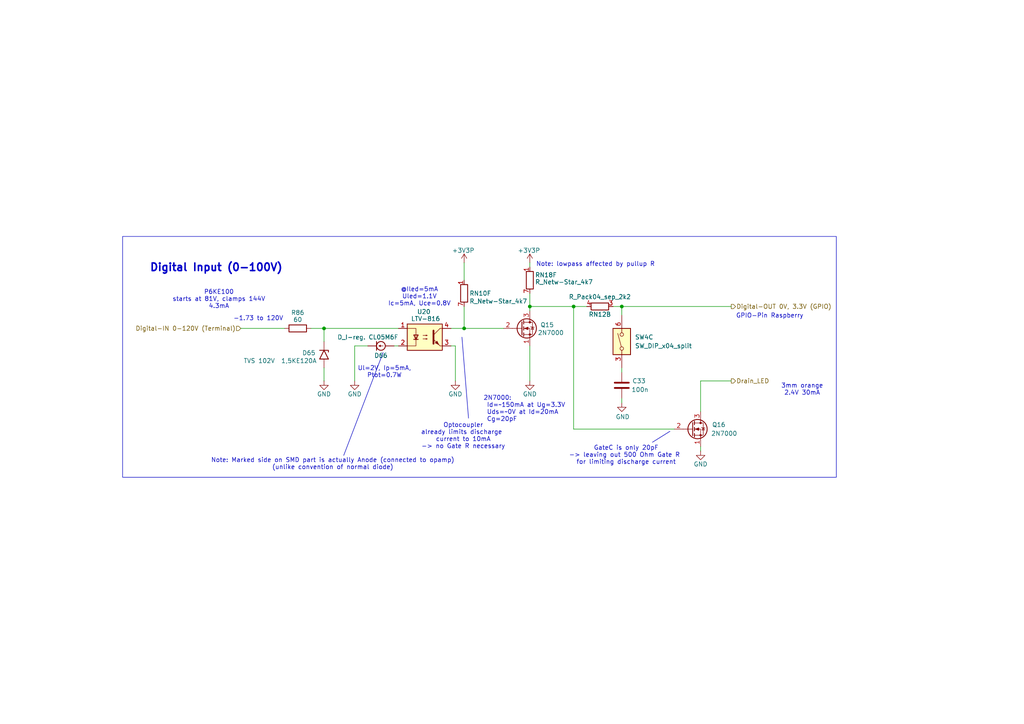
<source format=kicad_sch>
(kicad_sch (version 20231120) (generator "eeschema") (generator_version "8.0")
  (paper "A4")
  (lib_symbols
    (symbol "Device:C" (pin_numbers hide) (pin_names (offset 0.254))
      (property "Reference" "C" (at 0.635 2.54 0))
      (property "Value" "C" (at 0.635 -2.54 0))
      (symbol "C_0_1"
        (polyline (pts (xy -2.032 -0.762) (xy 2.032 -0.762)) (stroke (width 0.508)))
        (polyline (pts (xy -2.032 0.762) (xy 2.032 0.762)) (stroke (width 0.508)))
      )
      (symbol "C_1_1"
        (pin passive line (at 0 3.81 270) (length 2.794) (name "~") (number "1"))
        (pin passive line (at 0 -3.81 90) (length 2.794) (name "~") (number "2"))
      )
    )
    (symbol "Device:D_Current-regulator" (pin_numbers hide) (pin_names (offset 1.016) hide)
      (property "Reference" "D" (at 0 2.54 0))
      (property "Value" "D_Current-regulator" (at 0 -2.54 0))
      (symbol "D_Current-regulator_0_1"
        (polyline (pts (xy -1.27 1.27) (xy -1.27 -1.27)) (stroke (width 0.254)))
      )
      (symbol "D_Current-regulator_1_1"
        (polyline (pts (xy -0.127 0) (xy 0.635 0)))
        (polyline (pts (xy -0.127 0.254) (xy -0.635 0) (xy -0.127 -0.254) (xy -0.127 0.254)) (fill (type outline)))
        (circle (center 0 0) (radius 1.27) (stroke (width 0.254)))
        (pin passive line (at -3.81 0 0) (length 2.54) (name "K") (number "1"))
        (pin passive line (at 3.81 0 180) (length 2.54) (name "A") (number "2"))
      )
    )
    (symbol "Device:R" (pin_numbers hide) (pin_names (offset 0))
      (property "Reference" "R" (at 2.032 0 90))
      (property "Value" "R" (at 0 0 90))
      (symbol "R_0_1"
        (rectangle (start -1.016 -2.54) (end 1.016 2.54) (stroke (width 0.254)))
      )
      (symbol "R_1_1"
        (pin passive line (at 0 3.81 270) (length 1.27) (name "~") (number "1"))
        (pin passive line (at 0 -3.81 90) (length 1.27) (name "~") (number "2"))
      )
    )
    (symbol "Device:R_Network08_Split" (pin_names (offset 0) hide)
      (property "Reference" "RN" (at 2.032 0 90))
      (property "Value" "R_Network08_Split" (at 0 0 90))
      (symbol "R_Network08_Split_0_1"
        (rectangle (start 1.016 2.54) (end -1.016 -2.54) (stroke (width 0.254)))
        (pin passive line (at 0 3.81 270) (length 1.27) (name "R1") (number "1"))
      )
      (symbol "R_Network08_Split_1_1"
        (pin passive line (at 0 -3.81 90) (length 1.27) (name "R1.2") (number "2"))
      )
      (symbol "R_Network08_Split_2_1"
        (pin passive line (at 0 -3.81 90) (length 1.27) (name "R2.2") (number "3"))
      )
      (symbol "R_Network08_Split_3_1"
        (pin passive line (at 0 -3.81 90) (length 1.27) (name "R3.2") (number "4"))
      )
      (symbol "R_Network08_Split_4_1"
        (pin passive line (at 0 -3.81 90) (length 1.27) (name "R4.2") (number "5"))
      )
      (symbol "R_Network08_Split_5_1"
        (pin passive line (at 0 -3.81 90) (length 1.27) (name "R5.2") (number "6"))
      )
      (symbol "R_Network08_Split_6_1"
        (pin passive line (at 0 -3.81 90) (length 1.27) (name "R6.2") (number "7"))
      )
      (symbol "R_Network08_Split_7_1"
        (pin passive line (at 0 -3.81 90) (length 1.27) (name "R7.2") (number "8"))
      )
      (symbol "R_Network08_Split_8_1"
        (pin passive line (at 0 -3.81 90) (length 1.27) (name "R8.2") (number "9"))
      )
    )
    (symbol "Device:R_Pack04_SIP_Split" (pin_names (offset 0) hide)
      (property "Reference" "RN" (at 2.032 0 90))
      (property "Value" "R_Pack04_SIP_Split" (at 0 0 90))
      (symbol "R_Pack04_SIP_Split_0_1"
        (rectangle (start 1.016 2.54) (end -1.016 -2.54) (stroke (width 0.254)))
      )
      (symbol "R_Pack04_SIP_Split_1_1"
        (pin passive line (at 0 -3.81 90) (length 1.27) (name "R1.1") (number "1"))
        (pin passive line (at 0 3.81 270) (length 1.27) (name "R1.2") (number "2"))
      )
      (symbol "R_Pack04_SIP_Split_2_1"
        (pin passive line (at 0 -3.81 90) (length 1.27) (name "R2.1") (number "3"))
        (pin passive line (at 0 3.81 270) (length 1.27) (name "R2.2") (number "4"))
      )
      (symbol "R_Pack04_SIP_Split_3_1"
        (pin passive line (at 0 -3.81 90) (length 1.27) (name "R3.1") (number "5"))
        (pin passive line (at 0 3.81 270) (length 1.27) (name "R3.2") (number "6"))
      )
      (symbol "R_Pack04_SIP_Split_4_1"
        (pin passive line (at 0 -3.81 90) (length 1.27) (name "R4.1") (number "7"))
        (pin passive line (at 0 3.81 270) (length 1.27) (name "R4.2") (number "8"))
      )
    )
    (symbol "Diode:1N62xxA" (pin_numbers hide) (pin_names (offset 1.016) hide)
      (property "Reference" "D" (at 0 2.54 0))
      (property "Value" "1N62xxA" (at 0 -2.54 0))
      (symbol "1N62xxA_0_1"
        (polyline (pts (xy -0.762 1.27) (xy -1.27 1.27) (xy -1.27 -1.27)) (stroke (width 0.254)))
        (polyline (pts (xy 1.27 1.27) (xy 1.27 -1.27) (xy -1.27 0) (xy 1.27 1.27)) (stroke (width 0.254)))
      )
      (symbol "1N62xxA_1_1"
        (pin passive line (at -3.81 0 0) (length 2.54) (name "A1") (number "1"))
        (pin passive line (at 3.81 0 180) (length 2.54) (name "A2") (number "2"))
      )
    )
    (symbol "Isolator:LTV-817M" (pin_names (offset 1.016))
      (property "Reference" "U" (at -3.81 5.08 0))
      (property "Value" "LTV-817M" (at 0 -5.08 0))
      (symbol "LTV-817M_1_1"
        (rectangle (start -5.08 3.81) (end 5.08 -3.81) (stroke (width 0.254)) (fill (type background)))
        (polyline (pts (xy -3.175 -0.635) (xy -1.905 -0.635)) (stroke (width 0.254)))
        (polyline (pts (xy 2.54 0.635) (xy 4.445 2.54)))
        (polyline (pts (xy 4.445 -2.54) (xy 2.54 -0.635)) (fill (type outline)))
        (polyline (pts (xy 4.445 -2.54) (xy 5.08 -2.54)))
        (polyline (pts (xy 4.445 2.54) (xy 5.08 2.54)))
        (polyline (pts (xy -5.08 2.54) (xy -2.54 2.54) (xy -2.54 -0.762)))
        (polyline (pts (xy -2.54 -0.635) (xy -2.54 -2.54) (xy -5.08 -2.54)))
        (polyline (pts (xy 2.54 1.905) (xy 2.54 -1.905) (xy 2.54 -1.905)) (stroke (width 0.508)))
        (polyline (pts (xy -2.54 -0.635) (xy -3.175 0.635) (xy -1.905 0.635) (xy -2.54 -0.635)) (stroke (width 0.254)))
        (polyline (pts (xy -0.508 -0.508) (xy 0.762 -0.508) (xy 0.381 -0.635) (xy 0.381 -0.381) (xy 0.762 -0.508)))
        (polyline (pts (xy -0.508 0.508) (xy 0.762 0.508) (xy 0.381 0.381) (xy 0.381 0.635) (xy 0.762 0.508)))
        (polyline (pts (xy 3.048 -1.651) (xy 3.556 -1.143) (xy 4.064 -2.159) (xy 3.048 -1.651) (xy 3.048 -1.651)) (fill (type outline)))
        (pin passive line (at -7.62 2.54 0) (length 2.54) (name "~") (number "1"))
        (pin passive line (at -7.62 -2.54 0) (length 2.54) (name "~") (number "2"))
        (pin passive line (at 7.62 -2.54 180) (length 2.54) (name "~") (number "3"))
        (pin passive line (at 7.62 2.54 180) (length 2.54) (name "~") (number "4"))
      )
    )
    (symbol "Transistor_FET:2N7000" (pin_names hide)
      (property "Reference" "Q" (at 5.08 1.905 0))
      (property "Value" "2N7000" (at 5.08 0 0))
      (symbol "2N7000_0_1"
        (polyline (pts (xy 0.254 0) (xy -2.54 0)))
        (polyline (pts (xy 0.254 1.905) (xy 0.254 -1.905)) (stroke (width 0.254)))
        (polyline (pts (xy 0.762 -1.27) (xy 0.762 -2.286)) (stroke (width 0.254)))
        (polyline (pts (xy 0.762 0.508) (xy 0.762 -0.508)) (stroke (width 0.254)))
        (polyline (pts (xy 0.762 2.286) (xy 0.762 1.27)) (stroke (width 0.254)))
        (polyline (pts (xy 2.54 2.54) (xy 2.54 1.778)))
        (polyline (pts (xy 2.54 -2.54) (xy 2.54 0) (xy 0.762 0)))
        (polyline (pts (xy 0.762 -1.778) (xy 3.302 -1.778) (xy 3.302 1.778) (xy 0.762 1.778)))
        (polyline (pts (xy 1.016 0) (xy 2.032 0.381) (xy 2.032 -0.381) (xy 1.016 0)) (fill (type outline)))
        (polyline (pts (xy 2.794 0.508) (xy 2.921 0.381) (xy 3.683 0.381) (xy 3.81 0.254)))
        (polyline (pts (xy 3.302 0.381) (xy 2.921 -0.254) (xy 3.683 -0.254) (xy 3.302 0.381)))
        (circle (center 1.651 0) (radius 2.794) (stroke (width 0.254)))
        (circle (center 2.54 -1.778) (radius 0.254) (fill (type outline)))
        (circle (center 2.54 1.778) (radius 0.254) (fill (type outline)))
      )
      (symbol "2N7000_1_1"
        (pin passive line (at 2.54 -5.08 90) (length 2.54) (name "S") (number "1"))
        (pin input line (at -5.08 0 0) (length 2.54) (name "G") (number "2"))
        (pin passive line (at 2.54 5.08 270) (length 2.54) (name "D") (number "3"))
      )
    )
    (symbol "custom-symbols:SW_DIP_x04_split" (pin_names (offset 0) hide)
      (property "Reference" "SW" (at 0 3.81 0))
      (property "Value" "SW_DIP_x04_split" (at 0 -3.81 0))
      (symbol "SW_DIP_x04_split_0_0"
        (circle (center -2.032 0) (radius 0.508))
        (polyline (pts (xy -1.524 0.127) (xy 2.3622 1.1684)))
        (circle (center 2.032 0) (radius 0.508))
      )
      (symbol "SW_DIP_x04_split_0_1"
        (rectangle (start -3.81 2.54) (end 3.81 -2.54) (stroke (width 0.254)) (fill (type background)))
      )
      (symbol "SW_DIP_x04_split_1_1"
        (pin passive line (at -7.62 0 0) (length 5.08) (name "~") (number "1"))
        (pin passive line (at 7.62 0 180) (length 5.08) (name "~") (number "8"))
      )
      (symbol "SW_DIP_x04_split_2_1"
        (pin passive line (at -7.62 0 0) (length 5.08) (name "~") (number "2"))
        (pin passive line (at 7.62 0 180) (length 5.08) (name "~") (number "7"))
      )
      (symbol "SW_DIP_x04_split_3_1"
        (pin passive line (at -7.62 0 0) (length 5.08) (name "~") (number "3"))
        (pin passive line (at 7.62 0 180) (length 5.08) (name "~") (number "6"))
      )
      (symbol "SW_DIP_x04_split_4_1"
        (pin passive line (at -7.62 0 0) (length 5.08) (name "~") (number "4"))
        (pin passive line (at 7.62 0 180) (length 5.08) (name "~") (number "5"))
      )
    )
    (symbol "power:+3V3" (power) (pin_numbers hide) (pin_names (offset 0) hide)
      (property "Value" "+3V3" (at 0 3.556 0))
      (symbol "+3V3_0_1"
        (polyline (pts (xy -0.762 1.27) (xy 0 2.54)))
        (polyline (pts (xy 0 0) (xy 0 2.54)))
        (polyline (pts (xy 0 2.54) (xy 0.762 1.27)))
      )
      (symbol "+3V3_1_1"
        (pin power_in line (at 0 0 90) (length 0) (name "~") (number "1"))
      )
    )
    (symbol "power:GND" (power) (pin_numbers hide) (pin_names (offset 0) hide)
      (property "Value" "GND" (at 0 -3.81 0))
      (symbol "GND_0_1"
        (polyline (pts (xy 0 0) (xy 0 -1.27) (xy 1.27 -1.27) (xy 0 -2.54) (xy -1.27 -1.27) (xy 0 -1.27)))
      )
      (symbol "GND_1_1"
        (pin power_in line (at 0 0 270) (length 0) (name "~") (number "1"))
      )
    )
  )
  (junction (at 153.67 88.9))
  (junction (at 134.62 95.25))
  (junction (at 180.34 88.9))
  (junction (at 93.98 95.25))
  (junction (at 166.37 88.9))
  (wire (pts (xy 102.87 100.33) (xy 102.87 110.49)))
  (polyline (pts (xy 194.31 125.095) (xy 189.23 128.27)))
  (wire (pts (xy 130.81 100.33) (xy 132.08 100.33)))
  (wire (pts (xy 203.2 110.49) (xy 212.09 110.49)))
  (wire (pts (xy 166.37 124.46) (xy 195.58 124.46)))
  (wire (pts (xy 93.98 95.25) (xy 93.98 99.06)))
  (wire (pts (xy 106.68 100.33) (xy 102.87 100.33)))
  (wire (pts (xy 132.08 100.33) (xy 132.08 110.49)))
  (wire (pts (xy 177.8 88.9) (xy 180.34 88.9)))
  (wire (pts (xy 180.34 88.9) (xy 212.09 88.9)))
  (wire (pts (xy 93.98 106.68) (xy 93.98 110.49)))
  (wire (pts (xy 153.67 76.2) (xy 153.67 77.47)))
  (wire (pts (xy 134.62 88.9) (xy 134.62 95.25)))
  (wire (pts (xy 134.62 95.25) (xy 146.05 95.25)))
  (wire (pts (xy 153.67 88.9) (xy 153.67 90.17)))
  (wire (pts (xy 180.34 107.95) (xy 180.34 106.68)))
  (wire (pts (xy 69.85 95.25) (xy 82.55 95.25)))
  (wire (pts (xy 180.34 115.57) (xy 180.34 116.84)))
  (wire (pts (xy 153.67 85.09) (xy 153.67 88.9)))
  (polyline (pts (xy 111.125 102.235) (xy 99.695 132.08)))
  (wire (pts (xy 93.98 95.25) (xy 115.57 95.25)))
  (wire (pts (xy 114.3 100.33) (xy 115.57 100.33)))
  (wire (pts (xy 130.81 95.25) (xy 134.62 95.25)))
  (wire (pts (xy 166.37 88.9) (xy 170.18 88.9)))
  (wire (pts (xy 203.2 110.49) (xy 203.2 119.38)))
  (wire (pts (xy 90.17 95.25) (xy 93.98 95.25)))
  (wire (pts (xy 153.67 88.9) (xy 166.37 88.9)))
  (wire (pts (xy 166.37 124.46) (xy 166.37 88.9)))
  (wire (pts (xy 153.67 100.33) (xy 153.67 110.49)))
  (polyline (pts (xy 133.985 97.79) (xy 135.89 121.285)))
  (wire (pts (xy 180.34 88.9) (xy 180.34 91.44)))
  (wire (pts (xy 203.2 129.54) (xy 203.2 130.81)))
  (wire (pts (xy 134.62 76.2) (xy 134.62 81.28)))
  (rectangle (start 35.56 68.58) (end 242.57 138.43))
  (text "Note: lowpass affected by pullup R" (at 172.72 76.708 0) (effects (font (size 1.27 1.27))))
  (text "Ul=2V, Ip=5mA,\nPtot=0.7W" (at 111.506 107.95 0) (effects (font (size 1.27 1.27))))
  (text "3mm orange\n2.4V 30mA" (at 232.664 113.03 0) (effects (font (size 1.27 1.27))))
  (text "Note: Marked side on SMD part is actually Anode (connected to opamp)\n(unlike convention of normal diode)" (at 96.52 134.62 0) (effects (font (size 1.27 1.27))))
  (text "Digital Input (0-100V)" (at 62.738 77.724 0) (effects (font (size 2.2 2.2) (thickness 0.44) (bold yes))))
  (text "GateC is only 20pF\n-> leaving out 500 Ohm Gate R \nfor limiting discharge current" (at 181.61 132.08 0) (effects (font (size 1.27 1.27))))
  (text "P6KE100\nstarts at 81V, clamps 144V\n4.3mA" (at 63.5 86.868 0) (effects (font (size 1.27 1.27))))
  (text "GPIO-Pin Raspberry" (at 223.266 91.694 0) (effects (font (size 1.27 1.27))))
  (text "-1.73 to 120V" (at 74.93 92.456 0) (effects (font (size 1.27 1.27))))
  (text "2N7000:\n Id=~150mA at Ug=3.3V\n Uds=~0V at Id=20mA\n Cg=20pF" (at 140.208 118.618 0) (effects (font (size 1.27 1.27)) (justify left)))
  (text "Optocoupler\nalready limits discharge \ncurrent to 10mA\n-> no Gate R necessary" (at 134.366 126.492 0) (effects (font (size 1.27 1.27))))
  (text "@Iled=5mA\nUled=1.1V\nIc=5mA, Uce=0.8V" (at 121.666 86.106 0) (effects (font (size 1.27 1.27))))
  (hierarchical_label "Digital-OUT 0V, 3.3V (GPIO)" (shape output) (at 212.09 88.9 0))
  (hierarchical_label "Drain_LED" (shape output) (at 212.09 110.49 0))
  (hierarchical_label "Digital-IN 0-120V (Terminal)" (shape input) (at 69.85 95.25 180))
  (symbol (lib_id "Device:R_Network08_Split") (at 153.67 81.28 0) (unit 6)
    (property "Reference" "RN18" (at 155.194 79.756 0) (effects (justify left)))
    (property "Value" "R_Netw-Star_4k7" (at 155.194 81.788 0) (effects (justify left)))
    (property "Footprint" "Resistor_THT:R_Array_SIP9" (effects (hide yes)))
    (property "Datasheet" "https://www.reichelt.com/be/en/shop/product/resistor_network_8_x_4_7_kohm_2_sil-9-18049?nbc=1&trstct=pos_15" (effects (hide yes)))
    (property "Description" "8 resistor network, star topology, bussed resistors, split" (effects (hide yes)))
    (instances (project "pi-interface-board_v1.0" (path "" (reference "RN18") (unit 6)) (path "" (reference "RN18") (unit 7)) (path "" (reference "RN18") (unit 5)) (path "" (reference "RN18") (unit 8)) (path "" (reference "RN18") (unit 2)) (path "" (reference "RN18") (unit 4)) (path "" (reference "RN18") (unit 3)) (path "" (reference "RN18") (unit 1))))
  )
  (symbol (lib_id "power:GND") (at 102.87 110.49 0) (unit 1)
    (property "Reference" "#PWR0158" (effects (hide yes)))
    (property "Value" "GND" (at 102.87 114.3 0))
    (property "Description" "Power symbol creates a global label with name \"GND\" , ground" (effects (hide yes)))
    (instances (project "pi-interface-board_v1.0" (path "" (reference "#PWR0158") (unit 1)) (path "" (reference "#PWR0167") (unit 1)) (path "" (reference "#PWR0149") (unit 1)) (path "" (reference "#PWR0176") (unit 1)) (path "" (reference "#PWR0122") (unit 1)) (path "" (reference "#PWR0140") (unit 1)) (path "" (reference "#PWR0131") (unit 1)) (path "" (reference "#PWR0113") (unit 1))))
  )
  (symbol (lib_id "Transistor_FET:2N7000") (at 151.13 95.25 0) (unit 1)
    (property "Reference" "Q15" (at 156.718 94.234 0) (effects (justify left)))
    (property "Value" "2N7000" (at 155.956 96.52 0) (effects (justify left)))
    (property "Footprint" "Package_TO_SOT_THT:TO-92_HandSolder" (effects (hide yes)))
    (property "Datasheet" "https://www.reichelt.com/be/de/shop/produkt/mosfet_n-ch_60v_0_115a_0_4w_1_7r_to-92-41141?nbc=1&q=%2Fbe%2Fde%2Fshop%2Fmosfet-n-ch-60v-0-115a-0-4w-1-7r-to-92-2n-7000-p41141.html&trstct=pos_0" (effects (hide yes)))
    (property "Description" "0.2A Id, 200V Vds, N-Channel MOSFET, 2.6V Logic Level, TO-92" (effects (hide yes)))
    (instances (project "pi-interface-board_v1.0" (path "" (reference "Q15") (unit 1)) (path "" (reference "Q17") (unit 1)) (path "" (reference "Q13") (unit 1)) (path "" (reference "Q19") (unit 1)) (path "" (reference "Q7") (unit 1)) (path "" (reference "Q11") (unit 1)) (path "" (reference "Q9") (unit 1)) (path "" (reference "Q2") (unit 1))))
  )
  (symbol (lib_id "power:GND") (at 203.2 130.81 0) (unit 1)
    (property "Reference" "#PWR0165" (effects (hide yes)))
    (property "Value" "GND" (at 203.2 134.62 0))
    (property "Description" "Power symbol creates a global label with name \"GND\" , ground" (effects (hide yes)))
    (instances (project "pi-interface-board_v1.0" (path "" (reference "#PWR0165") (unit 1)) (path "" (reference "#PWR0174") (unit 1)) (path "" (reference "#PWR0156") (unit 1)) (path "" (reference "#PWR0183") (unit 1)) (path "" (reference "#PWR0129") (unit 1)) (path "" (reference "#PWR0147") (unit 1)) (path "" (reference "#PWR0138") (unit 1)) (path "" (reference "#PWR0120") (unit 1))))
  )
  (symbol (lib_id "Transistor_FET:2N7000") (at 200.66 124.46 0) (unit 1)
    (property "Reference" "Q16" (at 206.502 123.19 0) (effects (justify left)))
    (property "Value" "2N7000" (at 206.248 125.73 0) (effects (justify left)))
    (property "Footprint" "Package_TO_SOT_THT:TO-92_HandSolder" (effects (hide yes)))
    (property "Datasheet" "https://www.reichelt.com/be/de/shop/produkt/mosfet_n-ch_60v_0_115a_0_4w_1_7r_to-92-41141?nbc=1&q=%2Fbe%2Fde%2Fshop%2Fmosfet-n-ch-60v-0-115a-0-4w-1-7r-to-92-2n-7000-p41141.html&trstct=pos_0" (effects (hide yes)))
    (property "Description" "0.2A Id, 200V Vds, N-Channel MOSFET, 2.6V Logic Level, TO-92" (effects (hide yes)))
    (instances (project "pi-interface-board_v1.0" (path "" (reference "Q16") (unit 1)) (path "" (reference "Q18") (unit 1)) (path "" (reference "Q14") (unit 1)) (path "" (reference "Q20") (unit 1)) (path "" (reference "Q8") (unit 1)) (path "" (reference "Q12") (unit 1)) (path "" (reference "Q10") (unit 1)) (path "" (reference "Q6") (unit 1))))
  )
  (symbol (lib_id "Device:C") (at 180.34 111.76 0) (unit 1)
    (property "Reference" "C33" (at 183.388 110.49 0) (effects (justify left)))
    (property "Value" "100n" (at 183.134 113.03 0) (effects (justify left)))
    (property "Footprint" "Capacitor_THT:C_Disc_D7.0mm_W2.5mm_P5.00mm" (effects (hide yes)))
    (property "Datasheet" "https://www.conrad.de/de/p/kemet-r82dc3100aa50k-1-st-polyester-kondensator-radial-bedrahtet-100-nf-63-v-10-5-mm-l-x-b-x-h-7-2-x-2-5-x-6-5-mm-1235240.html" (effects (hide yes)))
    (property "Description" "Unpolarized capacitor" (effects (hide yes)))
    (instances (project "pi-interface-board_v1.0" (path "" (reference "C33") (unit 1)) (path "" (reference "C34") (unit 1)) (path "" (reference "C32") (unit 1)) (path "" (reference "C35") (unit 1)) (path "" (reference "C29") (unit 1)) (path "" (reference "C31") (unit 1)) (path "" (reference "C30") (unit 1)) (path "" (reference "C17") (unit 1))))
  )
  (symbol (lib_id "Diode:1N62xxA") (at 93.98 102.87 270) (unit 1)
    (property "Reference" "D65" (at 87.63 102.362 90) (effects (justify left)))
    (property "Value" "TVS 102V  1,5KE120A" (at 70.612 104.648 90) (effects (justify left)))
    (property "Footprint" "Diode_THT:D_DO-15_P5.08mm_Vertical_AnodeUp" (effects (hide yes)))
    (property "Datasheet" "https://www.reichelt.com/be/en/shop/product/tvs_diode_unidirectional_102_v_1500_w_do-201-272795" (effects (hide yes)))
    (property "Description" "1500W unidirectional TRANSZORB® Transient Voltage Suppressor, DO-201AE" (effects (hide yes)))
    (instances (project "pi-interface-board_v1.0" (path "" (reference "D65") (unit 1)) (path "" (reference "D68") (unit 1)) (path "" (reference "D62") (unit 1)) (path "" (reference "D71") (unit 1)) (path "" (reference "D53") (unit 1)) (path "" (reference "D59") (unit 1)) (path "" (reference "D56") (unit 1)) (path "" (reference "D50") (unit 1))))
  )
  (symbol (lib_id "Device:R") (at 86.36 95.25 90) (unit 1)
    (property "Reference" "R86" (at 86.36 90.678 90))
    (property "Value" "60" (at 86.36 92.71 90))
    (property "Footprint" "Resistor_THT:R_Axial_DIN0207_L6.3mm_D2.5mm_P2.54mm_Vertical" (effects (hide yes)))
    (property "Datasheet" "https://www.reichelt.com/be/en/shop/product/metal_film_resistor_59_0_ohm-11890" (effects (hide yes)))
    (property "Description" "Resistor" (effects (hide yes)))
    (instances (project "pi-interface-board_v1.0" (path "" (reference "R86") (unit 1)) (path "" (reference "R93") (unit 1)) (path "" (reference "R79") (unit 1)) (path "" (reference "R100") (unit 1)) (path "" (reference "R58") (unit 1)) (path "" (reference "R72") (unit 1)) (path "" (reference "R65") (unit 1)) (path "" (reference "R1") (unit 1))))
  )
  (symbol (lib_id "power:GND") (at 132.08 110.49 0) (unit 1)
    (property "Reference" "#PWR0159" (effects (hide yes)))
    (property "Value" "GND" (at 132.08 114.3 0))
    (property "Description" "Power symbol creates a global label with name \"GND\" , ground" (effects (hide yes)))
    (instances (project "pi-interface-board_v1.0" (path "" (reference "#PWR0159") (unit 1)) (path "" (reference "#PWR0168") (unit 1)) (path "" (reference "#PWR0150") (unit 1)) (path "" (reference "#PWR0177") (unit 1)) (path "" (reference "#PWR0123") (unit 1)) (path "" (reference "#PWR0141") (unit 1)) (path "" (reference "#PWR0132") (unit 1)) (path "" (reference "#PWR0114") (unit 1))))
  )
  (symbol (lib_id "power:GND") (at 180.34 116.84 0) (unit 1)
    (property "Reference" "#PWR0163" (effects (hide yes)))
    (property "Value" "GND" (at 180.594 120.904 0))
    (property "Description" "Power symbol creates a global label with name \"GND\" , ground" (effects (hide yes)))
    (instances (project "pi-interface-board_v1.0" (path "" (reference "#PWR0163") (unit 1)) (path "" (reference "#PWR0172") (unit 1)) (path "" (reference "#PWR0154") (unit 1)) (path "" (reference "#PWR0181") (unit 1)) (path "" (reference "#PWR0127") (unit 1)) (path "" (reference "#PWR0145") (unit 1)) (path "" (reference "#PWR0136") (unit 1)) (path "" (reference "#PWR0118") (unit 1))))
  )
  (symbol (lib_id "power:GND") (at 93.98 110.49 0) (unit 1)
    (property "Reference" "#PWR0157" (effects (hide yes)))
    (property "Value" "GND" (at 93.98 114.3 0))
    (property "Description" "Power symbol creates a global label with name \"GND\" , ground" (effects (hide yes)))
    (instances (project "pi-interface-board_v1.0" (path "" (reference "#PWR0157") (unit 1)) (path "" (reference "#PWR0166") (unit 1)) (path "" (reference "#PWR0148") (unit 1)) (path "" (reference "#PWR0175") (unit 1)) (path "" (reference "#PWR0121") (unit 1)) (path "" (reference "#PWR0139") (unit 1)) (path "" (reference "#PWR0130") (unit 1)) (path "" (reference "#PWR0112") (unit 1))))
  )
  (symbol (lib_id "custom-symbols:SW_DIP_x04_split") (at 180.34 99.06 90) (unit 3)
    (property "Reference" "SW4" (at 184.15 97.7899 90) (effects (justify right)))
    (property "Value" "SW_DIP_x04_split" (at 184.15 100.3299 90) (effects (justify right)))
    (property "Footprint" "Button_Switch_THT:SW_DIP_SPSTx04_Slide_9.78x12.34mm_W7.62mm_P2.54mm" (effects (hide yes)))
    (property "Datasheet" "https://www.reichelt.com/be/en/shop/product/dip_switch_vertical_4-pin-13532" (effects (hide yes)))
    (property "Description" "4x DIP Switch, 4 Pole Single Throw (SPST) switch, small symbol" (effects (hide yes)))
    (instances (project "" (path "" (reference "SW4") (unit 3)) (path "" (reference "SW4") (unit 2)) (path "" (reference "SW4") (unit 4)) (path "" (reference "SW4") (unit 1)) (path "" (reference "SW3") (unit 3)) (path "" (reference "SW3") (unit 1)) (path "" (reference "SW3") (unit 2)) (path "" (reference "SW3") (unit 4))))
  )
  (symbol (lib_id "Device:R_Pack04_SIP_Split") (at 173.99 88.9 90) (unit 2)
    (property "Reference" "RN12" (at 173.99 91.186 90))
    (property "Value" "R_Pack04_sep_2k2" (at 173.99 86.106 90))
    (property "Footprint" "Resistor_THT:R_Array_SIP8" (effects (hide yes)))
    (property "Datasheet" "https://www.reichelt.com/be/en/shop/product/resistor_network_4_x_2_2_kohm_2_sil-8-17915" (effects (hide yes)))
    (property "Description" "4 resistor network, parallel topology, SIP package, split" (effects (hide yes)))
    (instances (project "" (path "" (reference "RN12") (unit 2)) (path "" (reference "RN12") (unit 3)) (path "" (reference "RN12") (unit 1)) (path "" (reference "RN12") (unit 4)) (path "" (reference "RN11") (unit 2)) (path "" (reference "RN11") (unit 4)) (path "" (reference "RN11") (unit 3)) (path "" (reference "RN11") (unit 1))))
  )
  (symbol (lib_id "Device:R_Network08_Split") (at 134.62 85.09 0) (unit 6)
    (property "Reference" "RN10" (at 136.144 85.09 0) (effects (justify left)))
    (property "Value" "R_Netw-Star_4k7" (at 136.144 87.376 0) (effects (justify left)))
    (property "Footprint" "Resistor_THT:R_Array_SIP9" (effects (hide yes)))
    (property "Datasheet" "https://www.reichelt.com/be/en/shop/product/resistor_network_8_x_4_7_kohm_2_sil-9-18049?nbc=1&trstct=pos_15" (effects (hide yes)))
    (property "Description" "8 resistor network, star topology, bussed resistors, split" (effects (hide yes)))
    (instances (project "" (path "" (reference "RN10") (unit 6)) (path "" (reference "RN10") (unit 7)) (path "" (reference "RN10") (unit 5)) (path "" (reference "RN10") (unit 8)) (path "" (reference "RN10") (unit 3)) (path "" (reference "RN10") (unit 1)) (path "" (reference "RN10") (unit 2)) (path "" (reference "RN10") (unit 4))))
  )
  (symbol (lib_id "Device:D_Current-regulator") (at 110.49 100.33 0) (unit 1)
    (property "Reference" "D66" (at 110.49 103.124 0))
    (property "Value" "D_I-reg. CL05M6F" (at 106.68 97.79 0))
    (property "Footprint" "Diode_SMD:D_SOD-123F" (effects (hide yes)))
    (property "Datasheet" "https://www.conrad.de/de/p/diotec-konstantstromquellen-cl05m6f-sod-123fl-2807601.html" (effects (hide yes)))
    (property "Description" "Constant-current diode / current limiting diode / current regulator diode, IEC60747-3:2013" (effects (hide yes)))
    (instances (project "pi-interface-board_v1.0" (path "" (reference "D66") (unit 1)) (path "" (reference "D69") (unit 1)) (path "" (reference "D63") (unit 1)) (path "" (reference "D72") (unit 1)) (path "" (reference "D54") (unit 1)) (path "" (reference "D60") (unit 1)) (path "" (reference "D57") (unit 1)) (path "" (reference "D51") (unit 1))))
  )
  (symbol (lib_id "power:+3V3") (at 153.67 76.2 0) (unit 1)
    (property "Reference" "#PWR027" (effects (hide yes)))
    (property "Value" "+3V3P" (at 153.416 72.644 0))
    (property "Description" "Power symbol creates a global label with name \"+3V3\"" (effects (hide yes)))
    (instances (project "pi-interface-board_v1.0" (path "" (reference "#PWR027") (unit 1)) (path "" (reference "#PWR029") (unit 1)) (path "" (reference "#PWR026") (unit 1)) (path "" (reference "#PWR043") (unit 1)) (path "" (reference "#PWR022") (unit 1)) (path "" (reference "#PWR025") (unit 1)) (path "" (reference "#PWR024") (unit 1)) (path "" (reference "#PWR021") (unit 1))))
  )
  (symbol (lib_id "power:+3V3") (at 134.62 76.2 0) (unit 1)
    (property "Reference" "#PWR018" (effects (hide yes)))
    (property "Value" "+3V3P" (at 134.366 72.644 0))
    (property "Description" "Power symbol creates a global label with name \"+3V3\"" (effects (hide yes)))
    (instances (project "pi-interface-board_v1.0" (path "" (reference "#PWR018") (unit 1)) (path "" (reference "#PWR019") (unit 1)) (path "" (reference "#PWR016") (unit 1)) (path "" (reference "#PWR020") (unit 1)) (path "" (reference "#PWR08") (unit 1)) (path "" (reference "#PWR010") (unit 1)) (path "" (reference "#PWR09") (unit 1)) (path "" (reference "#PWR07") (unit 1))))
  )
  (symbol (lib_id "power:GND") (at 153.67 110.49 0) (unit 1)
    (property "Reference" "#PWR0162" (effects (hide yes)))
    (property "Value" "GND" (at 153.67 114.3 0))
    (property "Description" "Power symbol creates a global label with name \"GND\" , ground" (effects (hide yes)))
    (instances (project "pi-interface-board_v1.0" (path "" (reference "#PWR0162") (unit 1)) (path "" (reference "#PWR0171") (unit 1)) (path "" (reference "#PWR0153") (unit 1)) (path "" (reference "#PWR0180") (unit 1)) (path "" (reference "#PWR0126") (unit 1)) (path "" (reference "#PWR0144") (unit 1)) (path "" (reference "#PWR0135") (unit 1)) (path "" (reference "#PWR0117") (unit 1))))
  )
  (symbol (lib_id "Isolator:LTV-817M") (at 123.19 97.79 0) (unit 1)
    (property "Reference" "U20" (at 122.936 90.424 0))
    (property "Value" "LTV-816" (at 123.444 92.456 0))
    (property "Footprint" "Package_DIP:DIP-4_W10.16mm" (effects (hide yes)))
    (property "Datasheet" "[bestand] https://de.rs-online.com/web/p/optokoppler/6912108" (effects (hide yes)))
    (property "Description" "DC Optocoupler, Vce 35V, CTR 50%, DIP-4" (effects (hide yes)))
    (instances (project "pi-interface-board_v1.0" (path "" (reference "U20") (unit 1)) (path "" (reference "U21") (unit 1)) (path "" (reference "U19") (unit 1)) (path "" (reference "U22") (unit 1)) (path "" (reference "U8") (unit 1)) (path "" (reference "U18") (unit 1)) (path "" (reference "U17") (unit 1)) (path "" (reference "U7") (unit 1))))
  )
)
</source>
